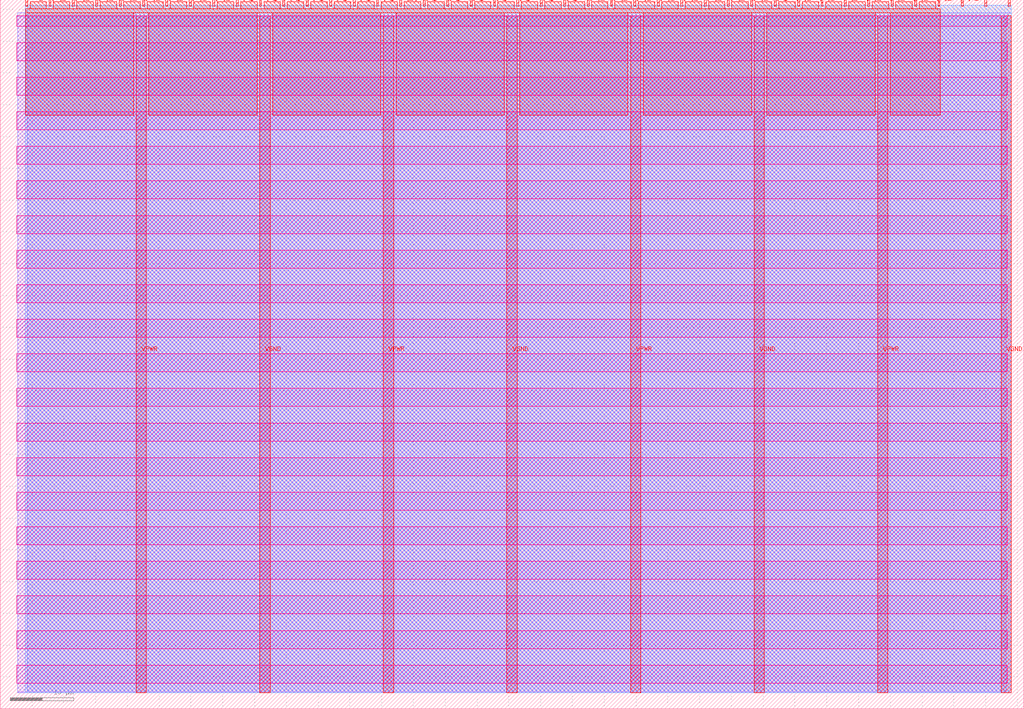
<source format=lef>
VERSION 5.7 ;
  NOWIREEXTENSIONATPIN ON ;
  DIVIDERCHAR "/" ;
  BUSBITCHARS "[]" ;
MACRO tt_um_voting_thingey
  CLASS BLOCK ;
  FOREIGN tt_um_voting_thingey ;
  ORIGIN 0.000 0.000 ;
  SIZE 161.000 BY 111.520 ;
  PIN VGND
    DIRECTION INOUT ;
    USE GROUND ;
    PORT
      LAYER met4 ;
        RECT 40.830 2.480 42.430 109.040 ;
    END
    PORT
      LAYER met4 ;
        RECT 79.700 2.480 81.300 109.040 ;
    END
    PORT
      LAYER met4 ;
        RECT 118.570 2.480 120.170 109.040 ;
    END
    PORT
      LAYER met4 ;
        RECT 157.440 2.480 159.040 109.040 ;
    END
  END VGND
  PIN VPWR
    DIRECTION INOUT ;
    USE POWER ;
    PORT
      LAYER met4 ;
        RECT 21.395 2.480 22.995 109.040 ;
    END
    PORT
      LAYER met4 ;
        RECT 60.265 2.480 61.865 109.040 ;
    END
    PORT
      LAYER met4 ;
        RECT 99.135 2.480 100.735 109.040 ;
    END
    PORT
      LAYER met4 ;
        RECT 138.005 2.480 139.605 109.040 ;
    END
  END VPWR
  PIN clk
    DIRECTION INPUT ;
    USE SIGNAL ;
    PORT
      LAYER met4 ;
        RECT 154.870 110.520 155.170 111.520 ;
    END
  END clk
  PIN ena
    DIRECTION INPUT ;
    USE SIGNAL ;
    PORT
      LAYER met4 ;
        RECT 158.550 110.520 158.850 111.520 ;
    END
  END ena
  PIN rst_n
    DIRECTION INPUT ;
    USE SIGNAL ;
    PORT
      LAYER met4 ;
        RECT 151.190 110.520 151.490 111.520 ;
    END
  END rst_n
  PIN ui_in[0]
    DIRECTION INPUT ;
    USE SIGNAL ;
    ANTENNAGATEAREA 0.196500 ;
    PORT
      LAYER met4 ;
        RECT 147.510 110.520 147.810 111.520 ;
    END
  END ui_in[0]
  PIN ui_in[1]
    DIRECTION INPUT ;
    USE SIGNAL ;
    ANTENNAGATEAREA 0.196500 ;
    PORT
      LAYER met4 ;
        RECT 143.830 110.520 144.130 111.520 ;
    END
  END ui_in[1]
  PIN ui_in[2]
    DIRECTION INPUT ;
    USE SIGNAL ;
    ANTENNAGATEAREA 0.196500 ;
    PORT
      LAYER met4 ;
        RECT 140.150 110.520 140.450 111.520 ;
    END
  END ui_in[2]
  PIN ui_in[3]
    DIRECTION INPUT ;
    USE SIGNAL ;
    ANTENNAGATEAREA 0.196500 ;
    PORT
      LAYER met4 ;
        RECT 136.470 110.520 136.770 111.520 ;
    END
  END ui_in[3]
  PIN ui_in[4]
    DIRECTION INPUT ;
    USE SIGNAL ;
    ANTENNAGATEAREA 0.196500 ;
    PORT
      LAYER met4 ;
        RECT 132.790 110.520 133.090 111.520 ;
    END
  END ui_in[4]
  PIN ui_in[5]
    DIRECTION INPUT ;
    USE SIGNAL ;
    ANTENNAGATEAREA 0.196500 ;
    PORT
      LAYER met4 ;
        RECT 129.110 110.520 129.410 111.520 ;
    END
  END ui_in[5]
  PIN ui_in[6]
    DIRECTION INPUT ;
    USE SIGNAL ;
    ANTENNAGATEAREA 0.196500 ;
    PORT
      LAYER met4 ;
        RECT 125.430 110.520 125.730 111.520 ;
    END
  END ui_in[6]
  PIN ui_in[7]
    DIRECTION INPUT ;
    USE SIGNAL ;
    ANTENNAGATEAREA 0.196500 ;
    PORT
      LAYER met4 ;
        RECT 121.750 110.520 122.050 111.520 ;
    END
  END ui_in[7]
  PIN uio_in[0]
    DIRECTION INPUT ;
    USE SIGNAL ;
    ANTENNAGATEAREA 0.213000 ;
    PORT
      LAYER met4 ;
        RECT 118.070 110.520 118.370 111.520 ;
    END
  END uio_in[0]
  PIN uio_in[1]
    DIRECTION INPUT ;
    USE SIGNAL ;
    ANTENNAGATEAREA 0.196500 ;
    PORT
      LAYER met4 ;
        RECT 114.390 110.520 114.690 111.520 ;
    END
  END uio_in[1]
  PIN uio_in[2]
    DIRECTION INPUT ;
    USE SIGNAL ;
    ANTENNAGATEAREA 0.126000 ;
    PORT
      LAYER met4 ;
        RECT 110.710 110.520 111.010 111.520 ;
    END
  END uio_in[2]
  PIN uio_in[3]
    DIRECTION INPUT ;
    USE SIGNAL ;
    ANTENNAGATEAREA 0.213000 ;
    PORT
      LAYER met4 ;
        RECT 107.030 110.520 107.330 111.520 ;
    END
  END uio_in[3]
  PIN uio_in[4]
    DIRECTION INPUT ;
    USE SIGNAL ;
    ANTENNAGATEAREA 0.196500 ;
    PORT
      LAYER met4 ;
        RECT 103.350 110.520 103.650 111.520 ;
    END
  END uio_in[4]
  PIN uio_in[5]
    DIRECTION INPUT ;
    USE SIGNAL ;
    ANTENNAGATEAREA 0.196500 ;
    PORT
      LAYER met4 ;
        RECT 99.670 110.520 99.970 111.520 ;
    END
  END uio_in[5]
  PIN uio_in[6]
    DIRECTION INPUT ;
    USE SIGNAL ;
    ANTENNAGATEAREA 0.196500 ;
    PORT
      LAYER met4 ;
        RECT 95.990 110.520 96.290 111.520 ;
    END
  END uio_in[6]
  PIN uio_in[7]
    DIRECTION INPUT ;
    USE SIGNAL ;
    PORT
      LAYER met4 ;
        RECT 92.310 110.520 92.610 111.520 ;
    END
  END uio_in[7]
  PIN uio_oe[0]
    DIRECTION OUTPUT TRISTATE ;
    USE SIGNAL ;
    PORT
      LAYER met4 ;
        RECT 29.750 110.520 30.050 111.520 ;
    END
  END uio_oe[0]
  PIN uio_oe[1]
    DIRECTION OUTPUT TRISTATE ;
    USE SIGNAL ;
    PORT
      LAYER met4 ;
        RECT 26.070 110.520 26.370 111.520 ;
    END
  END uio_oe[1]
  PIN uio_oe[2]
    DIRECTION OUTPUT TRISTATE ;
    USE SIGNAL ;
    PORT
      LAYER met4 ;
        RECT 22.390 110.520 22.690 111.520 ;
    END
  END uio_oe[2]
  PIN uio_oe[3]
    DIRECTION OUTPUT TRISTATE ;
    USE SIGNAL ;
    PORT
      LAYER met4 ;
        RECT 18.710 110.520 19.010 111.520 ;
    END
  END uio_oe[3]
  PIN uio_oe[4]
    DIRECTION OUTPUT TRISTATE ;
    USE SIGNAL ;
    PORT
      LAYER met4 ;
        RECT 15.030 110.520 15.330 111.520 ;
    END
  END uio_oe[4]
  PIN uio_oe[5]
    DIRECTION OUTPUT TRISTATE ;
    USE SIGNAL ;
    PORT
      LAYER met4 ;
        RECT 11.350 110.520 11.650 111.520 ;
    END
  END uio_oe[5]
  PIN uio_oe[6]
    DIRECTION OUTPUT TRISTATE ;
    USE SIGNAL ;
    PORT
      LAYER met4 ;
        RECT 7.670 110.520 7.970 111.520 ;
    END
  END uio_oe[6]
  PIN uio_oe[7]
    DIRECTION OUTPUT TRISTATE ;
    USE SIGNAL ;
    PORT
      LAYER met4 ;
        RECT 3.990 110.520 4.290 111.520 ;
    END
  END uio_oe[7]
  PIN uio_out[0]
    DIRECTION OUTPUT TRISTATE ;
    USE SIGNAL ;
    PORT
      LAYER met4 ;
        RECT 59.190 110.520 59.490 111.520 ;
    END
  END uio_out[0]
  PIN uio_out[1]
    DIRECTION OUTPUT TRISTATE ;
    USE SIGNAL ;
    PORT
      LAYER met4 ;
        RECT 55.510 110.520 55.810 111.520 ;
    END
  END uio_out[1]
  PIN uio_out[2]
    DIRECTION OUTPUT TRISTATE ;
    USE SIGNAL ;
    PORT
      LAYER met4 ;
        RECT 51.830 110.520 52.130 111.520 ;
    END
  END uio_out[2]
  PIN uio_out[3]
    DIRECTION OUTPUT TRISTATE ;
    USE SIGNAL ;
    PORT
      LAYER met4 ;
        RECT 48.150 110.520 48.450 111.520 ;
    END
  END uio_out[3]
  PIN uio_out[4]
    DIRECTION OUTPUT TRISTATE ;
    USE SIGNAL ;
    PORT
      LAYER met4 ;
        RECT 44.470 110.520 44.770 111.520 ;
    END
  END uio_out[4]
  PIN uio_out[5]
    DIRECTION OUTPUT TRISTATE ;
    USE SIGNAL ;
    PORT
      LAYER met4 ;
        RECT 40.790 110.520 41.090 111.520 ;
    END
  END uio_out[5]
  PIN uio_out[6]
    DIRECTION OUTPUT TRISTATE ;
    USE SIGNAL ;
    PORT
      LAYER met4 ;
        RECT 37.110 110.520 37.410 111.520 ;
    END
  END uio_out[6]
  PIN uio_out[7]
    DIRECTION OUTPUT TRISTATE ;
    USE SIGNAL ;
    PORT
      LAYER met4 ;
        RECT 33.430 110.520 33.730 111.520 ;
    END
  END uio_out[7]
  PIN uo_out[0]
    DIRECTION OUTPUT TRISTATE ;
    USE SIGNAL ;
    ANTENNADIFFAREA 0.445500 ;
    PORT
      LAYER met4 ;
        RECT 88.630 110.520 88.930 111.520 ;
    END
  END uo_out[0]
  PIN uo_out[1]
    DIRECTION OUTPUT TRISTATE ;
    USE SIGNAL ;
    ANTENNAGATEAREA 0.373500 ;
    ANTENNADIFFAREA 1.524450 ;
    PORT
      LAYER met4 ;
        RECT 84.950 110.520 85.250 111.520 ;
    END
  END uo_out[1]
  PIN uo_out[2]
    DIRECTION OUTPUT TRISTATE ;
    USE SIGNAL ;
    ANTENNAGATEAREA 0.247500 ;
    ANTENNADIFFAREA 1.721000 ;
    PORT
      LAYER met4 ;
        RECT 81.270 110.520 81.570 111.520 ;
    END
  END uo_out[2]
  PIN uo_out[3]
    DIRECTION OUTPUT TRISTATE ;
    USE SIGNAL ;
    ANTENNAGATEAREA 0.252000 ;
    ANTENNADIFFAREA 1.524450 ;
    PORT
      LAYER met4 ;
        RECT 77.590 110.520 77.890 111.520 ;
    END
  END uo_out[3]
  PIN uo_out[4]
    DIRECTION OUTPUT TRISTATE ;
    USE SIGNAL ;
    ANTENNAGATEAREA 0.247500 ;
    ANTENNADIFFAREA 1.242000 ;
    PORT
      LAYER met4 ;
        RECT 73.910 110.520 74.210 111.520 ;
    END
  END uo_out[4]
  PIN uo_out[5]
    DIRECTION OUTPUT TRISTATE ;
    USE SIGNAL ;
    PORT
      LAYER met4 ;
        RECT 70.230 110.520 70.530 111.520 ;
    END
  END uo_out[5]
  PIN uo_out[6]
    DIRECTION OUTPUT TRISTATE ;
    USE SIGNAL ;
    PORT
      LAYER met4 ;
        RECT 66.550 110.520 66.850 111.520 ;
    END
  END uo_out[6]
  PIN uo_out[7]
    DIRECTION OUTPUT TRISTATE ;
    USE SIGNAL ;
    PORT
      LAYER met4 ;
        RECT 62.870 110.520 63.170 111.520 ;
    END
  END uo_out[7]
  OBS
      LAYER nwell ;
        RECT 2.570 107.385 158.430 108.990 ;
        RECT 2.570 101.945 158.430 104.775 ;
        RECT 2.570 96.505 158.430 99.335 ;
        RECT 2.570 91.065 158.430 93.895 ;
        RECT 2.570 85.625 158.430 88.455 ;
        RECT 2.570 80.185 158.430 83.015 ;
        RECT 2.570 74.745 158.430 77.575 ;
        RECT 2.570 69.305 158.430 72.135 ;
        RECT 2.570 63.865 158.430 66.695 ;
        RECT 2.570 58.425 158.430 61.255 ;
        RECT 2.570 52.985 158.430 55.815 ;
        RECT 2.570 47.545 158.430 50.375 ;
        RECT 2.570 42.105 158.430 44.935 ;
        RECT 2.570 36.665 158.430 39.495 ;
        RECT 2.570 31.225 158.430 34.055 ;
        RECT 2.570 25.785 158.430 28.615 ;
        RECT 2.570 20.345 158.430 23.175 ;
        RECT 2.570 14.905 158.430 17.735 ;
        RECT 2.570 9.465 158.430 12.295 ;
        RECT 2.570 4.025 158.430 6.855 ;
      LAYER li1 ;
        RECT 2.760 2.635 158.240 108.885 ;
      LAYER met1 ;
        RECT 2.760 2.480 159.040 109.440 ;
      LAYER met2 ;
        RECT 4.230 2.535 159.010 110.685 ;
      LAYER met3 ;
        RECT 3.950 2.555 159.030 110.665 ;
      LAYER met4 ;
        RECT 4.690 110.120 7.270 111.170 ;
        RECT 8.370 110.120 10.950 111.170 ;
        RECT 12.050 110.120 14.630 111.170 ;
        RECT 15.730 110.120 18.310 111.170 ;
        RECT 19.410 110.120 21.990 111.170 ;
        RECT 23.090 110.120 25.670 111.170 ;
        RECT 26.770 110.120 29.350 111.170 ;
        RECT 30.450 110.120 33.030 111.170 ;
        RECT 34.130 110.120 36.710 111.170 ;
        RECT 37.810 110.120 40.390 111.170 ;
        RECT 41.490 110.120 44.070 111.170 ;
        RECT 45.170 110.120 47.750 111.170 ;
        RECT 48.850 110.120 51.430 111.170 ;
        RECT 52.530 110.120 55.110 111.170 ;
        RECT 56.210 110.120 58.790 111.170 ;
        RECT 59.890 110.120 62.470 111.170 ;
        RECT 63.570 110.120 66.150 111.170 ;
        RECT 67.250 110.120 69.830 111.170 ;
        RECT 70.930 110.120 73.510 111.170 ;
        RECT 74.610 110.120 77.190 111.170 ;
        RECT 78.290 110.120 80.870 111.170 ;
        RECT 81.970 110.120 84.550 111.170 ;
        RECT 85.650 110.120 88.230 111.170 ;
        RECT 89.330 110.120 91.910 111.170 ;
        RECT 93.010 110.120 95.590 111.170 ;
        RECT 96.690 110.120 99.270 111.170 ;
        RECT 100.370 110.120 102.950 111.170 ;
        RECT 104.050 110.120 106.630 111.170 ;
        RECT 107.730 110.120 110.310 111.170 ;
        RECT 111.410 110.120 113.990 111.170 ;
        RECT 115.090 110.120 117.670 111.170 ;
        RECT 118.770 110.120 121.350 111.170 ;
        RECT 122.450 110.120 125.030 111.170 ;
        RECT 126.130 110.120 128.710 111.170 ;
        RECT 129.810 110.120 132.390 111.170 ;
        RECT 133.490 110.120 136.070 111.170 ;
        RECT 137.170 110.120 139.750 111.170 ;
        RECT 140.850 110.120 143.430 111.170 ;
        RECT 144.530 110.120 147.110 111.170 ;
        RECT 3.975 109.440 147.825 110.120 ;
        RECT 3.975 93.335 20.995 109.440 ;
        RECT 23.395 93.335 40.430 109.440 ;
        RECT 42.830 93.335 59.865 109.440 ;
        RECT 62.265 93.335 79.300 109.440 ;
        RECT 81.700 93.335 98.735 109.440 ;
        RECT 101.135 93.335 118.170 109.440 ;
        RECT 120.570 93.335 137.605 109.440 ;
        RECT 140.005 93.335 147.825 109.440 ;
  END
END tt_um_voting_thingey
END LIBRARY


</source>
